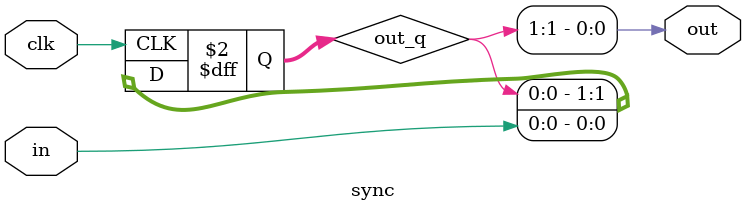
<source format=v>
module sync (
  input clk,
  input in,
  output out
);

  reg [1:0] out_q;
  always @(posedge clk) begin
    out_q <= {out_q[0], in};
  end

  assign out = out_q[1];

endmodule

</source>
